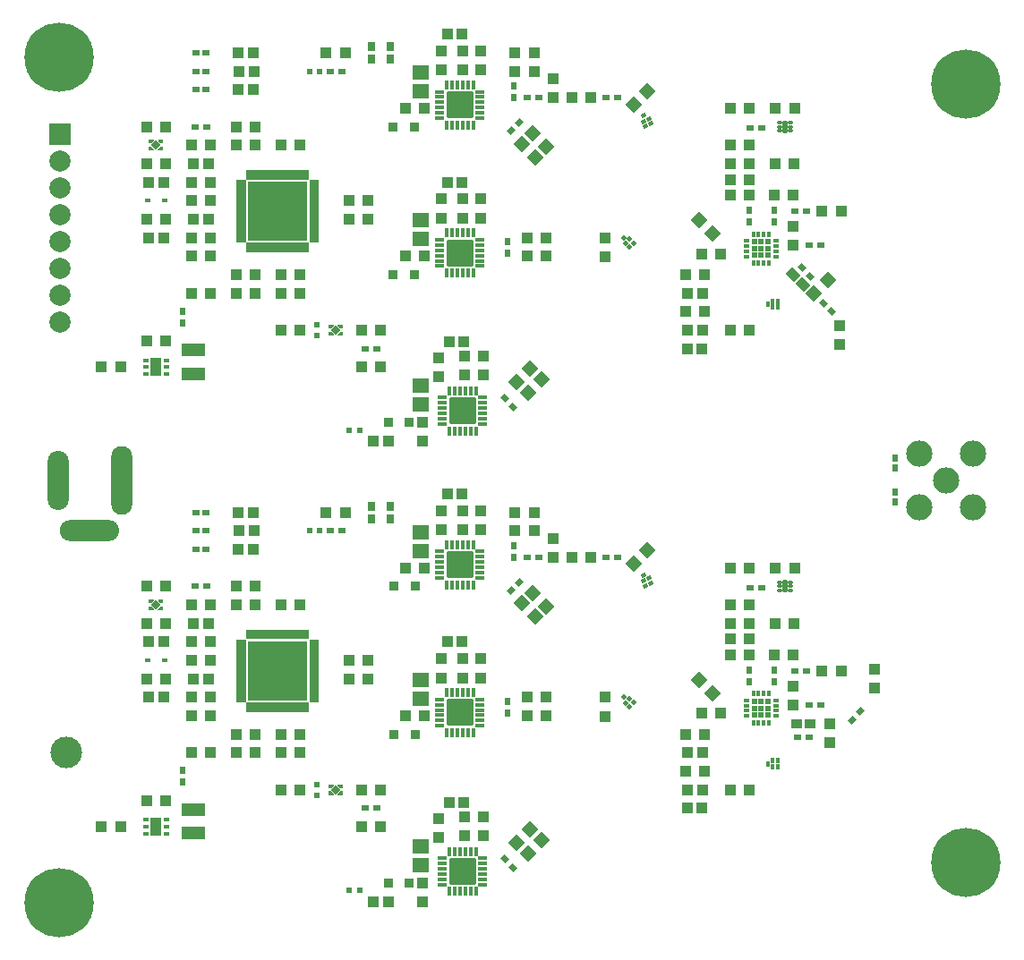
<source format=gts>
G04*
G04 #@! TF.GenerationSoftware,Altium Limited,Altium Designer,22.5.1 (42)*
G04*
G04 Layer_Color=8388736*
%FSLAX25Y25*%
%MOIN*%
G70*
G04*
G04 #@! TF.SameCoordinates,832724F5-B549-4049-99F2-7D55CE51EEB7*
G04*
G04*
G04 #@! TF.FilePolarity,Negative*
G04*
G01*
G75*
G04:AMPARAMS|DCode=27|XSize=25.81mil|YSize=21.65mil|CornerRadius=0mil|HoleSize=0mil|Usage=FLASHONLY|Rotation=45.000|XOffset=0mil|YOffset=0mil|HoleType=Round|Shape=Rectangle|*
%AMROTATEDRECTD27*
4,1,4,-0.00147,-0.01678,-0.01678,-0.00147,0.00147,0.01678,0.01678,0.00147,-0.00147,-0.01678,0.0*
%
%ADD27ROTATEDRECTD27*%

%ADD39R,0.08700X0.04600*%
%ADD40R,0.02581X0.02165*%
%ADD41R,0.02165X0.02581*%
%ADD45R,0.02000X0.03000*%
%ADD51R,0.03000X0.02000*%
G04:AMPARAMS|DCode=53|XSize=25.81mil|YSize=21.65mil|CornerRadius=0mil|HoleSize=0mil|Usage=FLASHONLY|Rotation=315.000|XOffset=0mil|YOffset=0mil|HoleType=Round|Shape=Rectangle|*
%AMROTATEDRECTD53*
4,1,4,-0.01678,0.00147,-0.00147,0.01678,0.01678,-0.00147,0.00147,-0.01678,-0.01678,0.00147,0.0*
%
%ADD53ROTATEDRECTD53*%

%ADD55R,0.02000X0.01400*%
%ADD56R,0.02264X0.02264*%
%ADD57R,0.02165X0.02264*%
%ADD58R,0.02264X0.02264*%
%ADD59R,0.02264X0.02165*%
%ADD60R,0.02165X0.02165*%
%ADD61R,0.02264X0.02165*%
%ADD62R,0.02264X0.02264*%
%ADD63R,0.02165X0.02264*%
%ADD64R,0.02264X0.02264*%
%ADD65C,0.11811*%
G04:AMPARAMS|DCode=66|XSize=15.75mil|YSize=21.65mil|CornerRadius=2.26mil|HoleSize=0mil|Usage=FLASHONLY|Rotation=0.000|XOffset=0mil|YOffset=0mil|HoleType=Round|Shape=RoundedRectangle|*
%AMROUNDEDRECTD66*
21,1,0.01575,0.01713,0,0,0.0*
21,1,0.01122,0.02165,0,0,0.0*
1,1,0.00453,0.00561,-0.00856*
1,1,0.00453,-0.00561,-0.00856*
1,1,0.00453,-0.00561,0.00856*
1,1,0.00453,0.00561,0.00856*
%
%ADD66ROUNDEDRECTD66*%
G04:AMPARAMS|DCode=67|XSize=15.75mil|YSize=21.65mil|CornerRadius=2.26mil|HoleSize=0mil|Usage=FLASHONLY|Rotation=90.000|XOffset=0mil|YOffset=0mil|HoleType=Round|Shape=RoundedRectangle|*
%AMROUNDEDRECTD67*
21,1,0.01575,0.01713,0,0,90.0*
21,1,0.01122,0.02165,0,0,90.0*
1,1,0.00453,0.00856,0.00561*
1,1,0.00453,0.00856,-0.00561*
1,1,0.00453,-0.00856,-0.00561*
1,1,0.00453,-0.00856,0.00561*
%
%ADD67ROUNDEDRECTD67*%
G04:AMPARAMS|DCode=68|XSize=98.43mil|YSize=98.43mil|CornerRadius=4.33mil|HoleSize=0mil|Usage=FLASHONLY|Rotation=270.000|XOffset=0mil|YOffset=0mil|HoleType=Round|Shape=RoundedRectangle|*
%AMROUNDEDRECTD68*
21,1,0.09843,0.08976,0,0,270.0*
21,1,0.08976,0.09843,0,0,270.0*
1,1,0.00866,-0.04488,-0.04488*
1,1,0.00866,-0.04488,0.04488*
1,1,0.00866,0.04488,0.04488*
1,1,0.00866,0.04488,-0.04488*
%
%ADD68ROUNDEDRECTD68*%
%ADD69O,0.01575X0.03543*%
%ADD70O,0.03543X0.01575*%
G04:AMPARAMS|DCode=71|XSize=11.02mil|YSize=35.43mil|CornerRadius=2.12mil|HoleSize=0mil|Usage=FLASHONLY|Rotation=90.000|XOffset=0mil|YOffset=0mil|HoleType=Round|Shape=RoundedRectangle|*
%AMROUNDEDRECTD71*
21,1,0.01102,0.03120,0,0,90.0*
21,1,0.00679,0.03543,0,0,90.0*
1,1,0.00423,0.01560,0.00340*
1,1,0.00423,0.01560,-0.00340*
1,1,0.00423,-0.01560,-0.00340*
1,1,0.00423,-0.01560,0.00340*
%
%ADD71ROUNDEDRECTD71*%
G04:AMPARAMS|DCode=72|XSize=11.02mil|YSize=35.43mil|CornerRadius=2.12mil|HoleSize=0mil|Usage=FLASHONLY|Rotation=0.000|XOffset=0mil|YOffset=0mil|HoleType=Round|Shape=RoundedRectangle|*
%AMROUNDEDRECTD72*
21,1,0.01102,0.03120,0,0,0.0*
21,1,0.00679,0.03543,0,0,0.0*
1,1,0.00423,0.00340,-0.01560*
1,1,0.00423,-0.00340,-0.01560*
1,1,0.00423,-0.00340,0.01560*
1,1,0.00423,0.00340,0.01560*
%
%ADD72ROUNDEDRECTD72*%
G04:AMPARAMS|DCode=73|XSize=220.47mil|YSize=220.47mil|CornerRadius=3.17mil|HoleSize=0mil|Usage=FLASHONLY|Rotation=0.000|XOffset=0mil|YOffset=0mil|HoleType=Round|Shape=RoundedRectangle|*
%AMROUNDEDRECTD73*
21,1,0.22047,0.21413,0,0,0.0*
21,1,0.21413,0.22047,0,0,0.0*
1,1,0.00634,0.10707,-0.10707*
1,1,0.00634,-0.10707,-0.10707*
1,1,0.00634,-0.10707,0.10707*
1,1,0.00634,0.10707,0.10707*
%
%ADD73ROUNDEDRECTD73*%
G04:AMPARAMS|DCode=74|XSize=15.75mil|YSize=18.7mil|CornerRadius=2.26mil|HoleSize=0mil|Usage=FLASHONLY|Rotation=315.000|XOffset=0mil|YOffset=0mil|HoleType=Round|Shape=RoundedRectangle|*
%AMROUNDEDRECTD74*
21,1,0.01575,0.01417,0,0,315.0*
21,1,0.01122,0.01870,0,0,315.0*
1,1,0.00453,-0.00104,-0.00898*
1,1,0.00453,-0.00898,-0.00104*
1,1,0.00453,0.00104,0.00898*
1,1,0.00453,0.00898,0.00104*
%
%ADD74ROUNDEDRECTD74*%
%ADD75R,0.04343X0.04343*%
%ADD76R,0.03800X0.03800*%
%ADD77R,0.02400X0.02400*%
%ADD78R,0.04343X0.04343*%
G04:AMPARAMS|DCode=79|XSize=13.39mil|YSize=18.5mil|CornerRadius=2.91mil|HoleSize=0mil|Usage=FLASHONLY|Rotation=270.000|XOffset=0mil|YOffset=0mil|HoleType=Round|Shape=RoundedRectangle|*
%AMROUNDEDRECTD79*
21,1,0.01339,0.01268,0,0,270.0*
21,1,0.00756,0.01850,0,0,270.0*
1,1,0.00583,-0.00634,-0.00378*
1,1,0.00583,-0.00634,0.00378*
1,1,0.00583,0.00634,0.00378*
1,1,0.00583,0.00634,-0.00378*
%
%ADD79ROUNDEDRECTD79*%
G04:AMPARAMS|DCode=80|XSize=19.68mil|YSize=46.46mil|CornerRadius=2.36mil|HoleSize=0mil|Usage=FLASHONLY|Rotation=0.000|XOffset=0mil|YOffset=0mil|HoleType=Round|Shape=RoundedRectangle|*
%AMROUNDEDRECTD80*
21,1,0.01968,0.04173,0,0,0.0*
21,1,0.01496,0.04646,0,0,0.0*
1,1,0.00472,0.00748,-0.02087*
1,1,0.00472,-0.00748,-0.02087*
1,1,0.00472,-0.00748,0.02087*
1,1,0.00472,0.00748,0.02087*
%
%ADD80ROUNDEDRECTD80*%
G04:AMPARAMS|DCode=81|XSize=43.31mil|YSize=66.93mil|CornerRadius=3.94mil|HoleSize=0mil|Usage=FLASHONLY|Rotation=180.000|XOffset=0mil|YOffset=0mil|HoleType=Round|Shape=RoundedRectangle|*
%AMROUNDEDRECTD81*
21,1,0.04331,0.05906,0,0,180.0*
21,1,0.03543,0.06693,0,0,180.0*
1,1,0.00787,-0.01772,0.02953*
1,1,0.00787,0.01772,0.02953*
1,1,0.00787,0.01772,-0.02953*
1,1,0.00787,-0.01772,-0.02953*
%
%ADD81ROUNDEDRECTD81*%
G04:AMPARAMS|DCode=82|XSize=15.75mil|YSize=21.65mil|CornerRadius=3.92mil|HoleSize=0mil|Usage=FLASHONLY|Rotation=270.000|XOffset=0mil|YOffset=0mil|HoleType=Round|Shape=RoundedRectangle|*
%AMROUNDEDRECTD82*
21,1,0.01575,0.01382,0,0,270.0*
21,1,0.00791,0.02165,0,0,270.0*
1,1,0.00784,-0.00691,-0.00396*
1,1,0.00784,-0.00691,0.00396*
1,1,0.00784,0.00691,0.00396*
1,1,0.00784,0.00691,-0.00396*
%
%ADD82ROUNDEDRECTD82*%
%ADD83P,0.03508X4X180.0*%
%ADD84R,0.00984X0.01378*%
G04:AMPARAMS|DCode=85|XSize=15.75mil|YSize=18.7mil|CornerRadius=2.26mil|HoleSize=0mil|Usage=FLASHONLY|Rotation=0.000|XOffset=0mil|YOffset=0mil|HoleType=Round|Shape=RoundedRectangle|*
%AMROUNDEDRECTD85*
21,1,0.01575,0.01417,0,0,0.0*
21,1,0.01122,0.01870,0,0,0.0*
1,1,0.00453,0.00561,-0.00709*
1,1,0.00453,-0.00561,-0.00709*
1,1,0.00453,-0.00561,0.00709*
1,1,0.00453,0.00561,0.00709*
%
%ADD85ROUNDEDRECTD85*%
G04:AMPARAMS|DCode=86|XSize=15.75mil|YSize=18.7mil|CornerRadius=2.26mil|HoleSize=0mil|Usage=FLASHONLY|Rotation=295.000|XOffset=0mil|YOffset=0mil|HoleType=Round|Shape=RoundedRectangle|*
%AMROUNDEDRECTD86*
21,1,0.01575,0.01417,0,0,295.0*
21,1,0.01122,0.01870,0,0,295.0*
1,1,0.00453,-0.00405,-0.00808*
1,1,0.00453,-0.00879,0.00209*
1,1,0.00453,0.00405,0.00808*
1,1,0.00453,0.00879,-0.00209*
%
%ADD86ROUNDEDRECTD86*%
%ADD87R,0.03950X0.04343*%
%ADD88R,0.04343X0.03556*%
%ADD89P,0.06142X4X360.0*%
%ADD90R,0.06312X0.05524*%
%ADD91R,0.02756X0.03543*%
%ADD92R,0.02400X0.02400*%
%ADD93P,0.06142X4X90.0*%
G04:AMPARAMS|DCode=94|XSize=43.43mil|YSize=35.56mil|CornerRadius=0mil|HoleSize=0mil|Usage=FLASHONLY|Rotation=315.000|XOffset=0mil|YOffset=0mil|HoleType=Round|Shape=Rectangle|*
%AMROTATEDRECTD94*
4,1,4,-0.02793,0.00278,-0.00278,0.02793,0.02793,-0.00278,0.00278,-0.02793,-0.02793,0.00278,0.0*
%
%ADD94ROTATEDRECTD94*%

%ADD95C,0.09776*%
%ADD96C,0.25800*%
%ADD97C,0.07887*%
%ADD98R,0.07887X0.07887*%
%ADD99O,0.22060X0.07887*%
%ADD100O,0.07887X0.22060*%
%ADD101O,0.07887X0.25603*%
G36*
X58760Y131496D02*
X57776D01*
X56890Y132382D01*
Y132874D01*
X58760D01*
Y131496D01*
D02*
G37*
G36*
X55315Y132382D02*
X54429Y131496D01*
X53445D01*
Y132874D01*
X55315D01*
Y132382D01*
D02*
G37*
G36*
Y129429D02*
Y128937D01*
X53445D01*
Y130315D01*
X54429D01*
X55315Y129429D01*
D02*
G37*
G36*
X58760Y128937D02*
X56595Y128937D01*
Y129134D01*
X57776Y130315D01*
X58760D01*
Y128937D01*
D02*
G37*
G36*
X112953Y118110D02*
X89803D01*
Y121653D01*
X112953D01*
Y118110D01*
D02*
G37*
G36*
X116732Y94724D02*
X113189D01*
Y117874D01*
X116732D01*
Y94724D01*
D02*
G37*
G36*
X89567D02*
X86024D01*
Y117874D01*
X89567D01*
Y94724D01*
D02*
G37*
G36*
X112953Y90945D02*
X89803D01*
Y94488D01*
X112953D01*
Y90945D01*
D02*
G37*
G36*
X125689Y62598D02*
X124705D01*
X123819Y63484D01*
Y63976D01*
X125689D01*
Y62598D01*
D02*
G37*
G36*
X122244Y63484D02*
X121358Y62598D01*
X120374D01*
Y63976D01*
X122244D01*
Y63484D01*
D02*
G37*
G36*
Y60532D02*
Y60039D01*
X120374D01*
Y61417D01*
X121358D01*
X122244Y60532D01*
D02*
G37*
G36*
X125689Y60039D02*
X123524Y60039D01*
Y60236D01*
X124705Y61417D01*
X125689D01*
Y60039D01*
D02*
G37*
G36*
X58760Y302756D02*
X57776D01*
X56890Y303642D01*
Y304134D01*
X58760D01*
Y302756D01*
D02*
G37*
G36*
X55315Y303642D02*
X54429Y302756D01*
X53445D01*
Y304134D01*
X55315D01*
Y303642D01*
D02*
G37*
G36*
Y300689D02*
Y300197D01*
X53445D01*
Y301575D01*
X54429D01*
X55315Y300689D01*
D02*
G37*
G36*
X58760Y300197D02*
X56595Y300197D01*
Y300394D01*
X57776Y301575D01*
X58760D01*
Y300197D01*
D02*
G37*
G36*
X112953Y289370D02*
X89803D01*
Y292913D01*
X112953D01*
Y289370D01*
D02*
G37*
G36*
X116732Y265984D02*
X113189D01*
Y289134D01*
X116732D01*
Y265984D01*
D02*
G37*
G36*
X89567D02*
X86024D01*
Y289134D01*
X89567D01*
Y265984D01*
D02*
G37*
G36*
X112953Y262205D02*
X89803D01*
Y265748D01*
X112953D01*
Y262205D01*
D02*
G37*
G36*
X125689Y233858D02*
X124705D01*
X123819Y234744D01*
Y235236D01*
X125689D01*
Y233858D01*
D02*
G37*
G36*
X122244Y234744D02*
X121358Y233858D01*
X120374D01*
Y235236D01*
X122244D01*
Y234744D01*
D02*
G37*
G36*
Y231791D02*
Y231299D01*
X120374D01*
Y232677D01*
X121358D01*
X122244Y231791D01*
D02*
G37*
G36*
X125689Y231299D02*
X123524Y231299D01*
Y231496D01*
X124705Y232677D01*
X125689D01*
Y231299D01*
D02*
G37*
D27*
X318468Y91106D02*
D03*
X315390Y88028D02*
D03*
X188422Y136256D02*
D03*
X191500Y139334D02*
D03*
X188422Y307516D02*
D03*
X191500Y310594D02*
D03*
D39*
X69882Y45797D02*
D03*
Y54597D02*
D03*
X69882Y225857D02*
D03*
Y217057D02*
D03*
D40*
X277351Y137402D02*
D03*
X281704D02*
D03*
X75011Y137795D02*
D03*
X70658D02*
D03*
X138397Y55118D02*
D03*
X134044D02*
D03*
X295068Y81693D02*
D03*
X299420D02*
D03*
X303565Y93504D02*
D03*
X299213D02*
D03*
X294083Y106299D02*
D03*
X298436D02*
D03*
X277351Y308661D02*
D03*
X281704D02*
D03*
X75011Y309055D02*
D03*
X70658D02*
D03*
X138397Y226378D02*
D03*
X134044D02*
D03*
X228172Y319882D02*
D03*
X223819D02*
D03*
X198644D02*
D03*
X194291D02*
D03*
X120855Y329724D02*
D03*
X125208D02*
D03*
X299213Y264764D02*
D03*
X303566D02*
D03*
X298436Y277559D02*
D03*
X294084D02*
D03*
X125208Y158465D02*
D03*
X120855D02*
D03*
X223819Y148622D02*
D03*
X228172D02*
D03*
X194291D02*
D03*
X198644D02*
D03*
D41*
X65945Y69105D02*
D03*
Y64753D02*
D03*
X277165Y106507D02*
D03*
Y102154D02*
D03*
X286417Y106507D02*
D03*
Y102154D02*
D03*
X65945Y236013D02*
D03*
Y240365D02*
D03*
X187008Y266153D02*
D03*
Y261800D02*
D03*
X187008Y90540D02*
D03*
Y94893D02*
D03*
X189370Y319882D02*
D03*
Y324235D02*
D03*
X277166Y273414D02*
D03*
Y277767D02*
D03*
X286417Y273414D02*
D03*
Y277767D02*
D03*
X189370Y152975D02*
D03*
Y148622D02*
D03*
D45*
X331496Y169089D02*
D03*
Y172790D02*
D03*
Y182008D02*
D03*
Y185708D02*
D03*
D51*
X70985Y336614D02*
D03*
X74685D02*
D03*
X70985Y329724D02*
D03*
X74685D02*
D03*
X70985Y322835D02*
D03*
X74685D02*
D03*
X74685Y158465D02*
D03*
X70985D02*
D03*
X74685Y165354D02*
D03*
X70985D02*
D03*
X74685Y151575D02*
D03*
X70985D02*
D03*
D53*
X185899Y207802D02*
D03*
X188977Y204724D02*
D03*
X299767Y253382D02*
D03*
X296690Y256460D02*
D03*
X307838Y240193D02*
D03*
X304760Y243271D02*
D03*
X185898Y36149D02*
D03*
X188976Y33071D02*
D03*
D55*
X59252Y110236D02*
D03*
X52952D02*
D03*
X59253Y281496D02*
D03*
X52952D02*
D03*
D56*
X278986Y89891D02*
D03*
X278986Y261151D02*
D03*
D57*
X281496Y89891D02*
D03*
X281496Y261151D02*
D03*
D58*
X284006Y89891D02*
D03*
X284006Y261151D02*
D03*
D59*
X278986Y92401D02*
D03*
X278986Y263661D02*
D03*
D60*
X281496Y92401D02*
D03*
X281496Y263661D02*
D03*
D61*
X284006Y92401D02*
D03*
X284006Y263661D02*
D03*
D62*
X284006Y94911D02*
D03*
X284006Y266171D02*
D03*
D63*
X281496Y94911D02*
D03*
X281496Y266171D02*
D03*
D64*
X278986Y94911D02*
D03*
X278986Y266171D02*
D03*
D65*
X22638Y75787D02*
D03*
D66*
X284449Y97815D02*
D03*
Y86988D02*
D03*
X278543Y97815D02*
D03*
X280512D02*
D03*
X282480D02*
D03*
Y86988D02*
D03*
X280512D02*
D03*
X278543D02*
D03*
X284449Y269074D02*
D03*
Y258248D02*
D03*
X278543Y269074D02*
D03*
X280512D02*
D03*
X282480D02*
D03*
Y258248D02*
D03*
X280512D02*
D03*
X278543D02*
D03*
D67*
X286910Y89448D02*
D03*
X276083D02*
D03*
X286910Y95354D02*
D03*
Y93385D02*
D03*
Y91417D02*
D03*
X276083D02*
D03*
Y93385D02*
D03*
Y95354D02*
D03*
X286910Y260708D02*
D03*
X276083D02*
D03*
X286910Y266614D02*
D03*
Y264645D02*
D03*
Y262677D02*
D03*
X276083D02*
D03*
Y264645D02*
D03*
Y266614D02*
D03*
D68*
X170276Y31563D02*
D03*
X170276Y203216D02*
D03*
X169291Y90748D02*
D03*
Y145866D02*
D03*
X169291Y262008D02*
D03*
Y317126D02*
D03*
D69*
X175197Y39043D02*
D03*
X173228D02*
D03*
X171260D02*
D03*
X169291D02*
D03*
X167323D02*
D03*
X165354D02*
D03*
Y24082D02*
D03*
X167323D02*
D03*
X169291D02*
D03*
X171260D02*
D03*
X173228D02*
D03*
X175197D02*
D03*
X175197Y210697D02*
D03*
X173229D02*
D03*
X171260D02*
D03*
X169291D02*
D03*
X167323D02*
D03*
X165354D02*
D03*
Y195736D02*
D03*
X167323D02*
D03*
X169291D02*
D03*
X171260D02*
D03*
X173229D02*
D03*
X175197D02*
D03*
X174213Y98228D02*
D03*
X172244D02*
D03*
X170276D02*
D03*
X168307D02*
D03*
X166339D02*
D03*
X164370D02*
D03*
Y83268D02*
D03*
X166339D02*
D03*
X168307D02*
D03*
X170276D02*
D03*
X172244D02*
D03*
X174213D02*
D03*
Y153347D02*
D03*
X172244D02*
D03*
X170276D02*
D03*
X168307D02*
D03*
X166339D02*
D03*
X164370D02*
D03*
Y138386D02*
D03*
X166339D02*
D03*
X168307D02*
D03*
X170276D02*
D03*
X172244D02*
D03*
X174213D02*
D03*
X174213Y269488D02*
D03*
X172244D02*
D03*
X170276D02*
D03*
X168307D02*
D03*
X166339D02*
D03*
X164370D02*
D03*
Y254527D02*
D03*
X166339D02*
D03*
X168307D02*
D03*
X170276D02*
D03*
X172244D02*
D03*
X174213D02*
D03*
Y324606D02*
D03*
X172244D02*
D03*
X170276D02*
D03*
X168307D02*
D03*
X166339D02*
D03*
X164370D02*
D03*
Y309646D02*
D03*
X166339D02*
D03*
X168307D02*
D03*
X170276D02*
D03*
X172244D02*
D03*
X174213D02*
D03*
D70*
X162795Y36484D02*
D03*
Y34515D02*
D03*
Y32547D02*
D03*
Y30578D02*
D03*
Y28610D02*
D03*
Y26641D02*
D03*
X177756D02*
D03*
Y28610D02*
D03*
Y30578D02*
D03*
Y32547D02*
D03*
Y34515D02*
D03*
Y36484D02*
D03*
X162795Y208137D02*
D03*
Y206169D02*
D03*
Y204200D02*
D03*
Y202232D02*
D03*
Y200263D02*
D03*
Y198295D02*
D03*
X177756D02*
D03*
Y200263D02*
D03*
Y202232D02*
D03*
Y204200D02*
D03*
Y206169D02*
D03*
Y208137D02*
D03*
X161811Y95669D02*
D03*
Y93701D02*
D03*
Y91732D02*
D03*
Y89764D02*
D03*
Y87795D02*
D03*
Y85827D02*
D03*
X176772D02*
D03*
Y87795D02*
D03*
Y89764D02*
D03*
Y91732D02*
D03*
Y93701D02*
D03*
Y95669D02*
D03*
X161811Y150787D02*
D03*
Y148819D02*
D03*
Y146850D02*
D03*
Y144882D02*
D03*
Y142913D02*
D03*
Y140945D02*
D03*
X176772D02*
D03*
Y142913D02*
D03*
Y144882D02*
D03*
Y146850D02*
D03*
Y148819D02*
D03*
Y150787D02*
D03*
X161811Y266929D02*
D03*
Y264961D02*
D03*
Y262992D02*
D03*
Y261024D02*
D03*
Y259055D02*
D03*
Y257087D02*
D03*
X176772D02*
D03*
Y259055D02*
D03*
Y261024D02*
D03*
Y262992D02*
D03*
Y264961D02*
D03*
Y266929D02*
D03*
X161811Y322047D02*
D03*
Y320079D02*
D03*
Y318110D02*
D03*
Y316142D02*
D03*
Y314173D02*
D03*
Y312205D02*
D03*
X176772D02*
D03*
Y314173D02*
D03*
Y316142D02*
D03*
Y318110D02*
D03*
Y320079D02*
D03*
Y322047D02*
D03*
D71*
X87795Y95276D02*
D03*
Y96653D02*
D03*
Y98032D02*
D03*
Y99409D02*
D03*
Y100787D02*
D03*
Y117323D02*
D03*
Y115945D02*
D03*
Y114567D02*
D03*
Y113189D02*
D03*
Y111811D02*
D03*
Y110433D02*
D03*
Y109055D02*
D03*
Y107677D02*
D03*
Y106299D02*
D03*
Y104921D02*
D03*
Y103543D02*
D03*
Y102165D02*
D03*
X114961Y96653D02*
D03*
Y99409D02*
D03*
Y100787D02*
D03*
Y102165D02*
D03*
Y103543D02*
D03*
Y104921D02*
D03*
Y106299D02*
D03*
Y107677D02*
D03*
Y109055D02*
D03*
Y110433D02*
D03*
Y111811D02*
D03*
Y113189D02*
D03*
Y117323D02*
D03*
Y115945D02*
D03*
Y114567D02*
D03*
Y98032D02*
D03*
Y95276D02*
D03*
X87795Y266535D02*
D03*
Y267913D02*
D03*
Y269291D02*
D03*
Y270669D02*
D03*
Y272047D02*
D03*
Y288583D02*
D03*
Y287205D02*
D03*
Y285827D02*
D03*
Y284449D02*
D03*
Y283071D02*
D03*
Y281693D02*
D03*
Y280315D02*
D03*
Y278937D02*
D03*
Y277559D02*
D03*
Y276181D02*
D03*
Y274803D02*
D03*
Y273425D02*
D03*
X114961Y267913D02*
D03*
Y270669D02*
D03*
Y272047D02*
D03*
Y273425D02*
D03*
Y274803D02*
D03*
Y276181D02*
D03*
Y277559D02*
D03*
Y278937D02*
D03*
Y280315D02*
D03*
Y281693D02*
D03*
Y283071D02*
D03*
Y284449D02*
D03*
Y288583D02*
D03*
Y287205D02*
D03*
Y285827D02*
D03*
Y269291D02*
D03*
Y266535D02*
D03*
D72*
X90354Y92716D02*
D03*
X91732D02*
D03*
X93110D02*
D03*
X94488D02*
D03*
X95866D02*
D03*
X97244D02*
D03*
X98622D02*
D03*
X100000D02*
D03*
X101378D02*
D03*
X102756D02*
D03*
X104134D02*
D03*
X105512D02*
D03*
X111024Y119882D02*
D03*
X109646D02*
D03*
X108268D02*
D03*
X106890D02*
D03*
X105512D02*
D03*
X104134D02*
D03*
X102756D02*
D03*
X101378D02*
D03*
X100000D02*
D03*
X98622D02*
D03*
X97244D02*
D03*
X95866D02*
D03*
X111024Y92716D02*
D03*
X109646D02*
D03*
X108268D02*
D03*
X106890D02*
D03*
X90354Y119882D02*
D03*
X91732D02*
D03*
X93110D02*
D03*
X94488D02*
D03*
X112402Y92716D02*
D03*
Y119882D02*
D03*
X90354Y263976D02*
D03*
X91732D02*
D03*
X93110D02*
D03*
X94488D02*
D03*
X95866D02*
D03*
X97244D02*
D03*
X98622D02*
D03*
X100000D02*
D03*
X101378D02*
D03*
X102756D02*
D03*
X104134D02*
D03*
X105512D02*
D03*
X111024Y291142D02*
D03*
X109646D02*
D03*
X108268D02*
D03*
X106890D02*
D03*
X105512D02*
D03*
X104134D02*
D03*
X102756D02*
D03*
X101378D02*
D03*
X100000D02*
D03*
X98622D02*
D03*
X97244D02*
D03*
X95866D02*
D03*
X111024Y263976D02*
D03*
X109646D02*
D03*
X108268D02*
D03*
X106890D02*
D03*
X90354Y291142D02*
D03*
X91732D02*
D03*
X93110D02*
D03*
X94488D02*
D03*
X112402Y263976D02*
D03*
Y291142D02*
D03*
D73*
X101378Y106299D02*
D03*
X101378Y277559D02*
D03*
D74*
X230315Y96457D02*
D03*
X230907Y94264D02*
D03*
X232298Y92873D02*
D03*
X232507Y95865D02*
D03*
X233899Y94473D02*
D03*
X233899Y265733D02*
D03*
X232507Y267125D02*
D03*
X232299Y264132D02*
D03*
X230907Y265524D02*
D03*
X230315Y267717D02*
D03*
D75*
X323819Y106890D02*
D03*
Y99803D02*
D03*
X223425Y96457D02*
D03*
Y89370D02*
D03*
X307087Y79527D02*
D03*
Y86614D02*
D03*
X293307Y100591D02*
D03*
Y93504D02*
D03*
X170276Y158858D02*
D03*
Y165945D02*
D03*
X177165D02*
D03*
Y158858D02*
D03*
X162402D02*
D03*
Y165945D02*
D03*
X162402Y282087D02*
D03*
Y275000D02*
D03*
X177165D02*
D03*
Y282087D02*
D03*
X170276Y275000D02*
D03*
Y282087D02*
D03*
X162402Y103740D02*
D03*
Y110827D02*
D03*
X177165D02*
D03*
Y103740D02*
D03*
X170276D02*
D03*
Y110827D02*
D03*
X223425Y267717D02*
D03*
Y260630D02*
D03*
X204134Y319882D02*
D03*
Y326968D02*
D03*
X171000Y44803D02*
D03*
Y51890D02*
D03*
X171000Y223543D02*
D03*
Y216457D02*
D03*
X177165Y330118D02*
D03*
Y337205D02*
D03*
X170276Y330118D02*
D03*
Y337205D02*
D03*
X178000Y216457D02*
D03*
Y223543D02*
D03*
X161205Y215921D02*
D03*
Y223007D02*
D03*
X155512Y198885D02*
D03*
Y191799D02*
D03*
X310630Y227953D02*
D03*
Y235039D02*
D03*
X293307Y264764D02*
D03*
Y271850D02*
D03*
X162402Y330118D02*
D03*
Y337205D02*
D03*
X204134Y155709D02*
D03*
Y148622D02*
D03*
X155512Y27232D02*
D03*
Y20145D02*
D03*
X161205Y44267D02*
D03*
Y51354D02*
D03*
X178000Y51890D02*
D03*
Y44803D02*
D03*
D76*
X152559Y82677D02*
D03*
X144685D02*
D03*
X150496Y27165D02*
D03*
X142622D02*
D03*
X152559Y137795D02*
D03*
X144685D02*
D03*
X152374Y253882D02*
D03*
X144500D02*
D03*
X150496Y198819D02*
D03*
X142622D02*
D03*
X152374Y309000D02*
D03*
X144500D02*
D03*
D77*
X113189Y158465D02*
D03*
X117126D02*
D03*
X127953Y24606D02*
D03*
X131890D02*
D03*
X127953Y195866D02*
D03*
X131890D02*
D03*
X113189Y329724D02*
D03*
X117126D02*
D03*
D78*
X102756Y130905D02*
D03*
X277165Y130905D02*
D03*
X270079D02*
D03*
X69291Y75787D02*
D03*
X76378D02*
D03*
X52756Y57874D02*
D03*
X59842D02*
D03*
X277165Y144685D02*
D03*
X270079D02*
D03*
X293898D02*
D03*
X286811D02*
D03*
X42913Y48228D02*
D03*
X35827D02*
D03*
X59646Y137795D02*
D03*
X52559D02*
D03*
X93110D02*
D03*
X86024D02*
D03*
X76378Y130905D02*
D03*
X69291D02*
D03*
X52756Y124016D02*
D03*
X59842D02*
D03*
X139764Y48228D02*
D03*
X132677D02*
D03*
X132677Y62008D02*
D03*
X139764D02*
D03*
X109843Y62008D02*
D03*
X102756D02*
D03*
X253346Y68898D02*
D03*
X260433D02*
D03*
X277165Y62008D02*
D03*
X270079D02*
D03*
X253346Y82677D02*
D03*
X260433D02*
D03*
X266339Y90433D02*
D03*
X259252D02*
D03*
X311221Y106299D02*
D03*
X304134D02*
D03*
X270079Y124016D02*
D03*
X277165D02*
D03*
X293504Y112205D02*
D03*
X286417D02*
D03*
X293701Y124016D02*
D03*
X286614D02*
D03*
X270079Y118110D02*
D03*
X277165D02*
D03*
X270079Y112205D02*
D03*
X277165D02*
D03*
X277166Y302165D02*
D03*
X270079D02*
D03*
X76378Y247047D02*
D03*
X69292D02*
D03*
X59843Y229134D02*
D03*
X52756D02*
D03*
X277166Y315945D02*
D03*
X270079D02*
D03*
X293898D02*
D03*
X286811D02*
D03*
X42913Y219488D02*
D03*
X35827D02*
D03*
X59646Y309055D02*
D03*
X52559D02*
D03*
X93110D02*
D03*
X86024D02*
D03*
X69292Y302165D02*
D03*
X76378D02*
D03*
X52756Y295276D02*
D03*
X59843D02*
D03*
X139764Y219488D02*
D03*
X132677D02*
D03*
X132677Y233268D02*
D03*
X139764D02*
D03*
X109843Y233268D02*
D03*
X102756D02*
D03*
X156102Y144685D02*
D03*
X149016D02*
D03*
X156103Y260827D02*
D03*
X149016D02*
D03*
X201378Y260827D02*
D03*
X194291D02*
D03*
X201378Y267717D02*
D03*
X194291D02*
D03*
X156102Y89567D02*
D03*
X149016D02*
D03*
X194291Y89567D02*
D03*
X201378D02*
D03*
X194291Y96457D02*
D03*
X201378D02*
D03*
X218110Y319882D02*
D03*
X211024D02*
D03*
X196851Y329724D02*
D03*
X189764D02*
D03*
X196851Y336614D02*
D03*
X189764D02*
D03*
X126575Y336614D02*
D03*
X119488D02*
D03*
X293701Y295275D02*
D03*
X286614D02*
D03*
X109843Y253937D02*
D03*
X102756D02*
D03*
X260433Y240157D02*
D03*
X253346D02*
D03*
X270079Y233268D02*
D03*
X277166D02*
D03*
X260433Y253937D02*
D03*
X253346D02*
D03*
X259252Y261693D02*
D03*
X266339D02*
D03*
X304134Y277559D02*
D03*
X311221D02*
D03*
X277166Y295275D02*
D03*
X270079D02*
D03*
X286417Y283465D02*
D03*
X293504D02*
D03*
X277166Y289370D02*
D03*
X270079D02*
D03*
X277166Y283465D02*
D03*
X270079D02*
D03*
X156103Y315945D02*
D03*
X149016D02*
D03*
X135039Y281496D02*
D03*
X127953D02*
D03*
X86024Y247047D02*
D03*
X93110D02*
D03*
X119488Y165354D02*
D03*
X126575D02*
D03*
X86024Y253937D02*
D03*
X93110D02*
D03*
X211024Y148622D02*
D03*
X218110D02*
D03*
X189764Y158465D02*
D03*
X196850D02*
D03*
X189764Y165354D02*
D03*
X196850D02*
D03*
X135039Y274606D02*
D03*
X127953D02*
D03*
X93110Y302165D02*
D03*
X86024D02*
D03*
X102756Y247047D02*
D03*
X109843D02*
D03*
X102756Y302165D02*
D03*
X109843D02*
D03*
X76378Y288386D02*
D03*
X69292D02*
D03*
X76378Y260827D02*
D03*
X69292D02*
D03*
X52559Y274606D02*
D03*
X59646D02*
D03*
X76378Y267717D02*
D03*
X69292D02*
D03*
X76378Y281496D02*
D03*
X69292D02*
D03*
X102756Y82677D02*
D03*
X109843D02*
D03*
X102756Y75787D02*
D03*
X109843D02*
D03*
X93110Y82677D02*
D03*
X86024D02*
D03*
X93110Y75787D02*
D03*
X86024D02*
D03*
X76378Y89567D02*
D03*
X69291D02*
D03*
X76378Y96457D02*
D03*
X69291D02*
D03*
X127953Y103346D02*
D03*
X135039D02*
D03*
X127953Y110236D02*
D03*
X135039D02*
D03*
X52559Y103346D02*
D03*
X59646D02*
D03*
X76378Y117126D02*
D03*
X69291D02*
D03*
X76378Y110236D02*
D03*
X69291D02*
D03*
X109843Y130905D02*
D03*
X93110Y130905D02*
D03*
X86024D02*
D03*
D79*
X288327Y139370D02*
D03*
Y137795D02*
D03*
Y136221D02*
D03*
X292382D02*
D03*
Y137795D02*
D03*
Y139370D02*
D03*
X292382Y310630D02*
D03*
Y309055D02*
D03*
Y307480D02*
D03*
X288327D02*
D03*
Y309055D02*
D03*
Y310630D02*
D03*
D80*
X290354Y137795D02*
D03*
X290354Y309055D02*
D03*
D81*
X56102Y48228D02*
D03*
X56103Y219488D02*
D03*
D82*
X52264Y45669D02*
D03*
Y48228D02*
D03*
Y50787D02*
D03*
X59941D02*
D03*
Y48228D02*
D03*
Y45669D02*
D03*
X59941Y216929D02*
D03*
Y219488D02*
D03*
Y222047D02*
D03*
X52264D02*
D03*
Y219488D02*
D03*
Y216929D02*
D03*
D83*
X56102Y130905D02*
D03*
X123031Y62008D02*
D03*
X56103Y302165D02*
D03*
X123032Y233268D02*
D03*
D84*
X53937Y129626D02*
D03*
X58268D02*
D03*
X53937Y132185D02*
D03*
X58268D02*
D03*
X120866Y60728D02*
D03*
X125197D02*
D03*
X120866Y63287D02*
D03*
X125197D02*
D03*
X58268Y303445D02*
D03*
X53937D02*
D03*
X58268Y300886D02*
D03*
X53937D02*
D03*
X120866Y231988D02*
D03*
X125197D02*
D03*
X120866Y234547D02*
D03*
X125197D02*
D03*
D85*
X283876Y71636D02*
D03*
X285845Y70504D02*
D03*
X287813D02*
D03*
X285845Y72767D02*
D03*
X287813D02*
D03*
X283858Y242913D02*
D03*
X285827Y241781D02*
D03*
X287795D02*
D03*
X285827Y244045D02*
D03*
X287795D02*
D03*
D86*
X237709Y142054D02*
D03*
X237515Y139791D02*
D03*
X238347Y138007D02*
D03*
X239567Y140748D02*
D03*
X240399Y138964D02*
D03*
X240399Y310224D02*
D03*
X239567Y312008D02*
D03*
X238347Y309267D02*
D03*
X237515Y311051D02*
D03*
X237709Y313314D02*
D03*
D87*
X259646Y62008D02*
D03*
X254134D02*
D03*
X259449Y55118D02*
D03*
X253937D02*
D03*
X259646Y75787D02*
D03*
X254134D02*
D03*
X170079Y172244D02*
D03*
X164567D02*
D03*
X170079Y288386D02*
D03*
X164567D02*
D03*
X170079Y117126D02*
D03*
X164567D02*
D03*
X75591Y274606D02*
D03*
X70079D02*
D03*
X92323Y336614D02*
D03*
X86811D02*
D03*
X92520Y329724D02*
D03*
X87008D02*
D03*
X92323Y322835D02*
D03*
X86811D02*
D03*
X170756Y229000D02*
D03*
X165244D02*
D03*
X170079Y343504D02*
D03*
X164567D02*
D03*
X142520Y191929D02*
D03*
X137008D02*
D03*
X254134Y233268D02*
D03*
X259646D02*
D03*
X253937Y226378D02*
D03*
X259449D02*
D03*
X254134Y247047D02*
D03*
X259646D02*
D03*
X70079Y103346D02*
D03*
X75590D02*
D03*
X92323Y165354D02*
D03*
X86811D02*
D03*
X92520Y158465D02*
D03*
X87008D02*
D03*
X92323Y151575D02*
D03*
X86811D02*
D03*
X53347Y288386D02*
D03*
X58858D02*
D03*
X75591Y295275D02*
D03*
X70079D02*
D03*
X53347Y267717D02*
D03*
X58858D02*
D03*
X53347Y117126D02*
D03*
X58858D02*
D03*
X53347Y96457D02*
D03*
X58858D02*
D03*
X75590Y124016D02*
D03*
X70079D02*
D03*
X165244Y57346D02*
D03*
X170756D02*
D03*
X137008Y20276D02*
D03*
X142520D02*
D03*
D88*
X299803Y86614D02*
D03*
X294685D02*
D03*
D89*
X263332Y97888D02*
D03*
X258321Y102899D02*
D03*
X196313Y135380D02*
D03*
X201324Y130368D02*
D03*
X192376Y131442D02*
D03*
X197387Y126432D02*
D03*
X197388Y297691D02*
D03*
X192376Y302702D02*
D03*
X201325Y301628D02*
D03*
X196314Y306639D02*
D03*
X258321Y274159D02*
D03*
X263332Y269148D02*
D03*
D90*
X154528Y158071D02*
D03*
Y150984D02*
D03*
X154528Y267126D02*
D03*
Y274213D02*
D03*
X154528Y102953D02*
D03*
Y95866D02*
D03*
X154528Y212665D02*
D03*
Y205578D02*
D03*
Y329331D02*
D03*
Y322244D02*
D03*
X154528Y41012D02*
D03*
Y33925D02*
D03*
D91*
X143307Y334252D02*
D03*
Y338976D02*
D03*
X136221Y334252D02*
D03*
Y338976D02*
D03*
X136221Y167717D02*
D03*
Y162992D02*
D03*
X143307Y167717D02*
D03*
Y162992D02*
D03*
D92*
X115968Y235236D02*
D03*
Y231299D02*
D03*
X115968Y63976D02*
D03*
Y60039D02*
D03*
D93*
X239120Y322387D02*
D03*
X234109Y317376D02*
D03*
X194729Y209923D02*
D03*
X199740Y214934D02*
D03*
X190408Y214030D02*
D03*
X195419Y219041D02*
D03*
X301181Y246850D02*
D03*
X306192Y251861D02*
D03*
X234109Y146116D02*
D03*
X239120Y151128D02*
D03*
X195419Y47387D02*
D03*
X190408Y42376D02*
D03*
X199740Y43280D02*
D03*
X194729Y38269D02*
D03*
D94*
X293466Y253778D02*
D03*
X297085Y250159D02*
D03*
D95*
X360394Y167165D02*
D03*
Y187165D02*
D03*
X340394D02*
D03*
Y167165D02*
D03*
X350394Y177165D02*
D03*
D96*
X20000Y335000D02*
D03*
X357520Y35000D02*
D03*
Y325000D02*
D03*
X20000Y20000D02*
D03*
D97*
X20185Y296406D02*
D03*
Y286405D02*
D03*
Y276406D02*
D03*
Y266406D02*
D03*
Y256405D02*
D03*
Y246406D02*
D03*
Y236405D02*
D03*
D98*
Y306405D02*
D03*
D99*
X31496Y158661D02*
D03*
D100*
X19685Y177165D02*
D03*
D101*
X43307D02*
D03*
M02*

</source>
